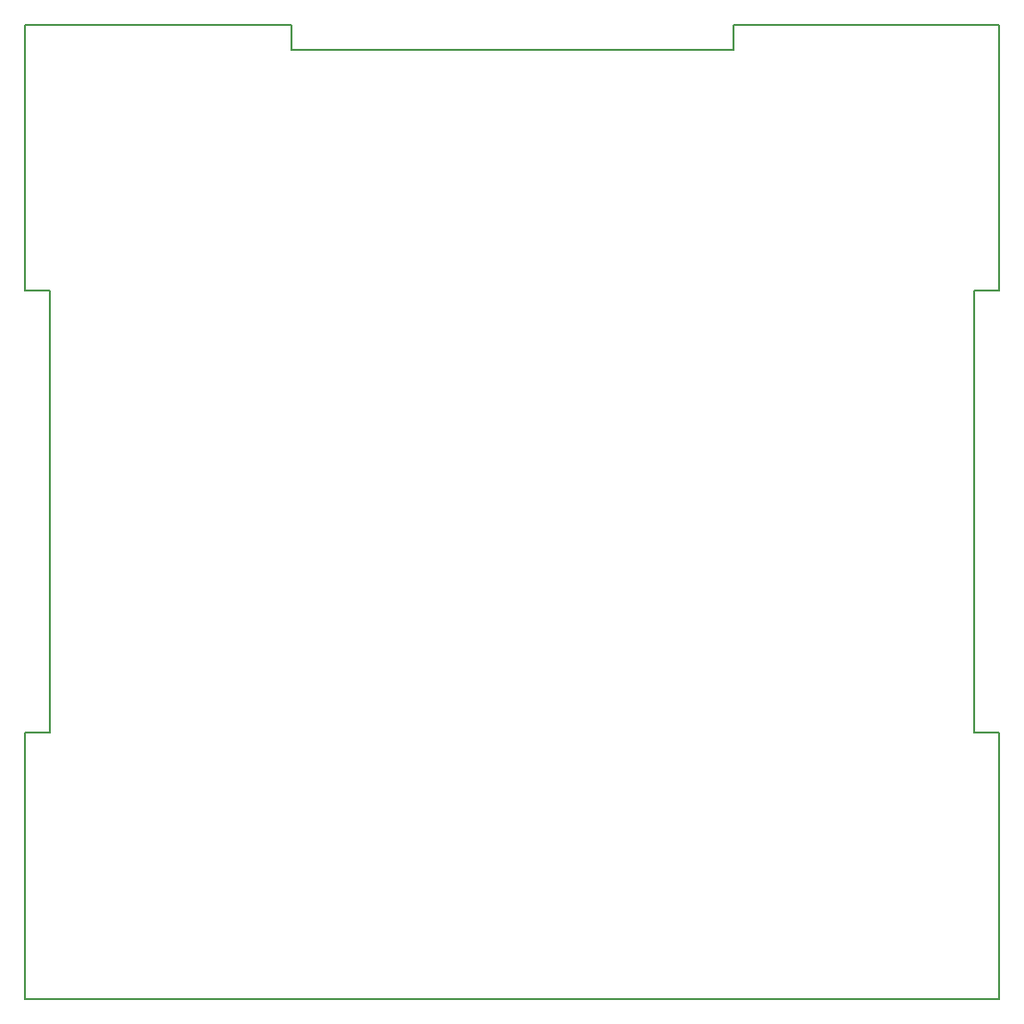
<source format=gm1>
G04 #@! TF.FileFunction,Profile,NP*
%FSLAX46Y46*%
G04 Gerber Fmt 4.6, Leading zero omitted, Abs format (unit mm)*
G04 Created by KiCad (PCBNEW 4.0.5+dfsg1-4) date Tue May 30 16:14:19 2017*
%MOMM*%
%LPD*%
G01*
G04 APERTURE LIST*
%ADD10C,0.100000*%
%ADD11C,0.150000*%
G04 APERTURE END LIST*
D10*
D11*
X57000000Y-119500000D02*
X57000000Y-143000000D01*
X59200000Y-119500000D02*
X57000000Y-119500000D01*
X59200000Y-80500000D02*
X59200000Y-119500000D01*
X57000000Y-80500000D02*
X59200000Y-80500000D01*
X119500000Y-57000000D02*
X143000000Y-57000000D01*
X119500000Y-59200000D02*
X119500000Y-57000000D01*
X80500000Y-59200000D02*
X119500000Y-59200000D01*
X80500000Y-57000000D02*
X80500000Y-59200000D01*
X143000000Y-119500000D02*
X143000000Y-143000000D01*
X140800000Y-119500000D02*
X143000000Y-119500000D01*
X140800000Y-80500000D02*
X140800000Y-119500000D01*
X143000000Y-80500000D02*
X140800000Y-80500000D01*
X57000000Y-80500000D02*
X57000000Y-57000000D01*
X143000000Y-143000000D02*
X57000000Y-143000000D01*
X143000000Y-57000000D02*
X143000000Y-80500000D01*
X57000000Y-57000000D02*
X80500000Y-57000000D01*
M02*

</source>
